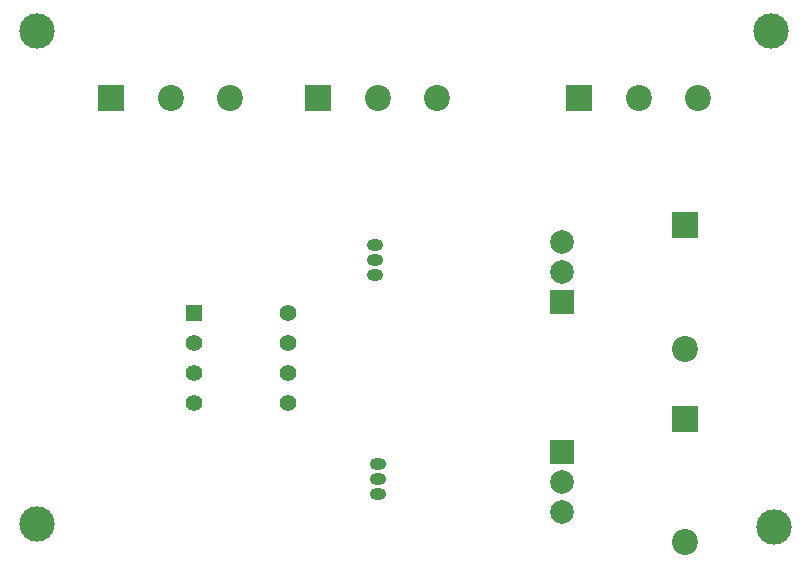
<source format=gtl>
%FSDAX24Y24*%
%MOIN*%
%SFA1B1*%

%IPPOS*%
%ADD10O,0.055118X0.039370*%
%ADD11C,0.086614*%
%ADD12R,0.086614X0.086614*%
%ADD13R,0.078740X0.078740*%
%ADD14C,0.078740*%
%ADD15R,0.086614X0.086614*%
%ADD16R,0.055118X0.055118*%
%ADD17C,0.055118*%
%ADD18C,0.118110*%
%LNpcb2-1*%
%LPD*%
G54D10*
X012900Y010959D03*
Y010459D03*
Y009959D03*
X013000Y003650D03*
Y003150D03*
Y002650D03*
G54D11*
X014968Y015859D03*
X013000D03*
X021700D03*
X023668D03*
X006100D03*
X008068D03*
X023250Y001050D03*
Y007500D03*
G54D12*
X011031Y015859D03*
X019731D03*
X004131D03*
G54D13*
X019150Y004062D03*
Y009059D03*
G54D14*
X019150Y003059D03*
Y002055D03*
Y010059D03*
Y011059D03*
G54D15*
X023250Y005168D03*
Y011618D03*
G54D16*
X006887Y008709D03*
G54D17*
X006887Y007709D03*
Y006709D03*
Y005709D03*
X010012D03*
Y006709D03*
Y007709D03*
Y008709D03*
G54D18*
X026200Y001550D03*
X001650Y001650D03*
Y018100D03*
X026100D03*
M02*
</source>
